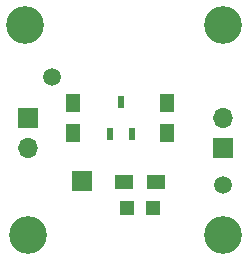
<source format=gbr>
G04 #@! TF.FileFunction,Soldermask,Top*
%FSLAX46Y46*%
G04 Gerber Fmt 4.6, Leading zero omitted, Abs format (unit mm)*
G04 Created by KiCad (PCBNEW 4.0.2-4+6225~38~ubuntu14.04.1-stable) date Thu 30 Mar 2017 05:43:38 PM CEST*
%MOMM*%
G01*
G04 APERTURE LIST*
%ADD10C,0.100000*%
%ADD11C,3.200000*%
%ADD12R,1.250000X1.500000*%
%ADD13R,1.200000X1.200000*%
%ADD14R,1.700000X1.700000*%
%ADD15O,1.700000X1.700000*%
%ADD16R,1.500000X1.300000*%
%ADD17R,0.600000X1.000000*%
%ADD18C,1.500000*%
G04 APERTURE END LIST*
D10*
D11*
X187706000Y-65532000D03*
X170942000Y-47752000D03*
X171196000Y-65532000D03*
D12*
X175006000Y-54376000D03*
X175006000Y-56876000D03*
X183007000Y-56876000D03*
X183007000Y-54376000D03*
D13*
X181821000Y-63246000D03*
X179621000Y-63246000D03*
D14*
X171196000Y-55626000D03*
D15*
X171196000Y-58166000D03*
D14*
X187706000Y-58166000D03*
D15*
X187706000Y-55626000D03*
D16*
X179371000Y-61087000D03*
X182071000Y-61087000D03*
D17*
X178120000Y-56976000D03*
X180020000Y-56976000D03*
X179070000Y-54276000D03*
D18*
X173228000Y-52197000D03*
X187706000Y-61341000D03*
D14*
X175768000Y-60960000D03*
D11*
X187706000Y-47752000D03*
M02*

</source>
